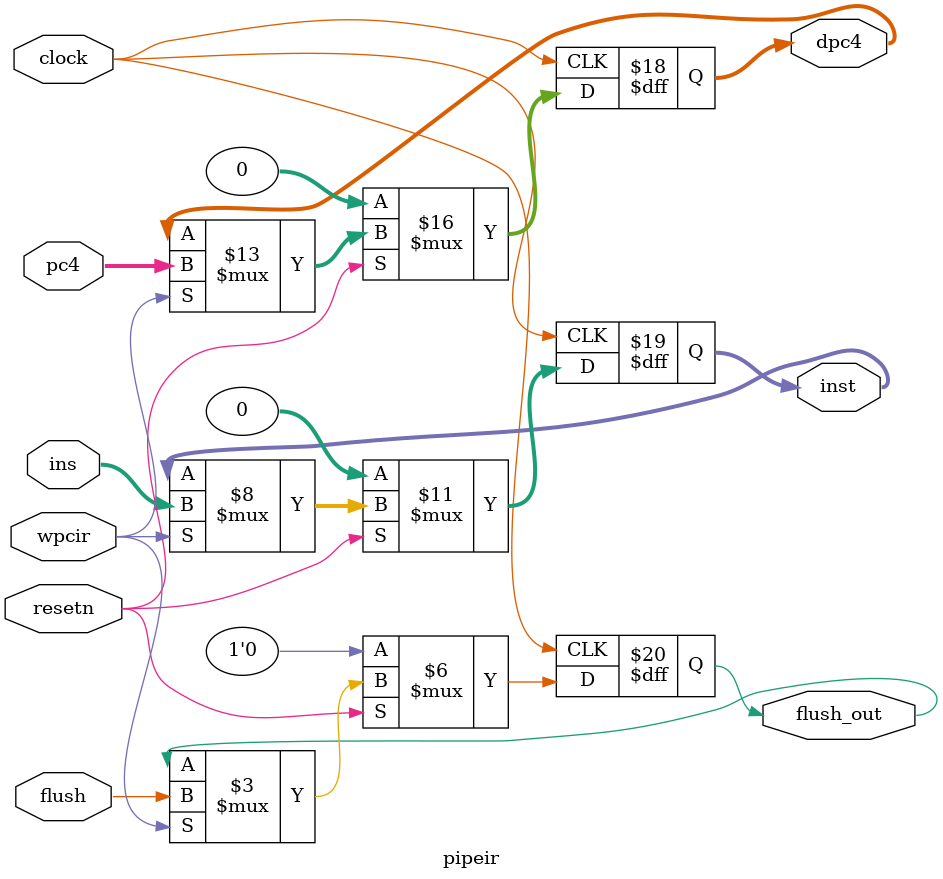
<source format=v>

module pipeir ( pc4,ins,wpcir,clock,resetn,flush,dpc4,inst,flush_out);
	input wpcir, clock, resetn, flush;
	input [31:0] pc4, ins;
	output [31:0] dpc4, inst;
	output flush_out;
	
	reg [31:0] dpc4, inst;
	reg flush_out;
	always @ (posedge clock) begin
		if (resetn == 0) begin
			dpc4 <= 0;
			inst <= 0;
			flush_out <= 0;
		end
		else begin
			if (wpcir) 
			begin
				dpc4 <= pc4;
				inst <= ins;
				flush_out <= flush;
			end
		end
	end
endmodule
</source>
